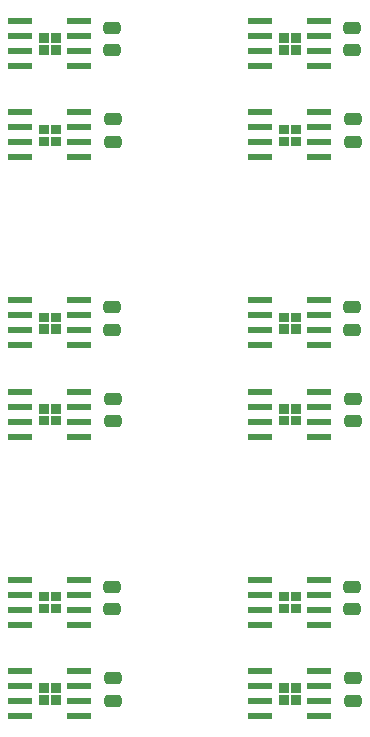
<source format=gbr>
%TF.GenerationSoftware,KiCad,Pcbnew,8.0.4*%
%TF.CreationDate,2024-09-15T23:07:02-03:00*%
%TF.ProjectId,panelized_TB67,70616e65-6c69-47a6-9564-5f544236372e,rev?*%
%TF.SameCoordinates,Original*%
%TF.FileFunction,Paste,Top*%
%TF.FilePolarity,Positive*%
%FSLAX46Y46*%
G04 Gerber Fmt 4.6, Leading zero omitted, Abs format (unit mm)*
G04 Created by KiCad (PCBNEW 8.0.4) date 2024-09-15 23:07:02*
%MOMM*%
%LPD*%
G01*
G04 APERTURE LIST*
G04 Aperture macros list*
%AMRoundRect*
0 Rectangle with rounded corners*
0 $1 Rounding radius*
0 $2 $3 $4 $5 $6 $7 $8 $9 X,Y pos of 4 corners*
0 Add a 4 corners polygon primitive as box body*
4,1,4,$2,$3,$4,$5,$6,$7,$8,$9,$2,$3,0*
0 Add four circle primitives for the rounded corners*
1,1,$1+$1,$2,$3*
1,1,$1+$1,$4,$5*
1,1,$1+$1,$6,$7*
1,1,$1+$1,$8,$9*
0 Add four rect primitives between the rounded corners*
20,1,$1+$1,$2,$3,$4,$5,0*
20,1,$1+$1,$4,$5,$6,$7,0*
20,1,$1+$1,$6,$7,$8,$9,0*
20,1,$1+$1,$8,$9,$2,$3,0*%
G04 Aperture macros list end*
%ADD10C,0.010000*%
%ADD11RoundRect,0.250000X0.475000X-0.250000X0.475000X0.250000X-0.475000X0.250000X-0.475000X-0.250000X0*%
%ADD12RoundRect,0.040600X-0.944400X-0.249400X0.944400X-0.249400X0.944400X0.249400X-0.944400X0.249400X0*%
G04 APERTURE END LIST*
D10*
%TO.C,IC1*%
X157280000Y-71865500D02*
X156560000Y-71865500D01*
X156560000Y-71145500D01*
X157280000Y-71145500D01*
X157280000Y-71865500D01*
G36*
X157280000Y-71865500D02*
G01*
X156560000Y-71865500D01*
X156560000Y-71145500D01*
X157280000Y-71145500D01*
X157280000Y-71865500D01*
G37*
X157280000Y-72865500D02*
X156560000Y-72865500D01*
X156560000Y-72145500D01*
X157280000Y-72145500D01*
X157280000Y-72865500D01*
G36*
X157280000Y-72865500D02*
G01*
X156560000Y-72865500D01*
X156560000Y-72145500D01*
X157280000Y-72145500D01*
X157280000Y-72865500D01*
G37*
X158280000Y-71865500D02*
X157560000Y-71865500D01*
X157560000Y-71145500D01*
X158280000Y-71145500D01*
X158280000Y-71865500D01*
G36*
X158280000Y-71865500D02*
G01*
X157560000Y-71865500D01*
X157560000Y-71145500D01*
X158280000Y-71145500D01*
X158280000Y-71865500D01*
G37*
X158280000Y-72865500D02*
X157560000Y-72865500D01*
X157560000Y-72145500D01*
X158280000Y-72145500D01*
X158280000Y-72865500D01*
G36*
X158280000Y-72865500D02*
G01*
X157560000Y-72865500D01*
X157560000Y-72145500D01*
X158280000Y-72145500D01*
X158280000Y-72865500D01*
G37*
%TO.C,IC2*%
X157280000Y-64125500D02*
X156560000Y-64125500D01*
X156560000Y-63405500D01*
X157280000Y-63405500D01*
X157280000Y-64125500D01*
G36*
X157280000Y-64125500D02*
G01*
X156560000Y-64125500D01*
X156560000Y-63405500D01*
X157280000Y-63405500D01*
X157280000Y-64125500D01*
G37*
X157280000Y-65125500D02*
X156560000Y-65125500D01*
X156560000Y-64405500D01*
X157280000Y-64405500D01*
X157280000Y-65125500D01*
G36*
X157280000Y-65125500D02*
G01*
X156560000Y-65125500D01*
X156560000Y-64405500D01*
X157280000Y-64405500D01*
X157280000Y-65125500D01*
G37*
X158280000Y-64125500D02*
X157560000Y-64125500D01*
X157560000Y-63405500D01*
X158280000Y-63405500D01*
X158280000Y-64125500D01*
G36*
X158280000Y-64125500D02*
G01*
X157560000Y-64125500D01*
X157560000Y-63405500D01*
X158280000Y-63405500D01*
X158280000Y-64125500D01*
G37*
X158280000Y-65125500D02*
X157560000Y-65125500D01*
X157560000Y-64405500D01*
X158280000Y-64405500D01*
X158280000Y-65125500D01*
G36*
X158280000Y-65125500D02*
G01*
X157560000Y-65125500D01*
X157560000Y-64405500D01*
X158280000Y-64405500D01*
X158280000Y-65125500D01*
G37*
X157280000Y-87775500D02*
X156560000Y-87775500D01*
X156560000Y-87055500D01*
X157280000Y-87055500D01*
X157280000Y-87775500D01*
G36*
X157280000Y-87775500D02*
G01*
X156560000Y-87775500D01*
X156560000Y-87055500D01*
X157280000Y-87055500D01*
X157280000Y-87775500D01*
G37*
X157280000Y-88775500D02*
X156560000Y-88775500D01*
X156560000Y-88055500D01*
X157280000Y-88055500D01*
X157280000Y-88775500D01*
G36*
X157280000Y-88775500D02*
G01*
X156560000Y-88775500D01*
X156560000Y-88055500D01*
X157280000Y-88055500D01*
X157280000Y-88775500D01*
G37*
X158280000Y-87775500D02*
X157560000Y-87775500D01*
X157560000Y-87055500D01*
X158280000Y-87055500D01*
X158280000Y-87775500D01*
G36*
X158280000Y-87775500D02*
G01*
X157560000Y-87775500D01*
X157560000Y-87055500D01*
X158280000Y-87055500D01*
X158280000Y-87775500D01*
G37*
X158280000Y-88775500D02*
X157560000Y-88775500D01*
X157560000Y-88055500D01*
X158280000Y-88055500D01*
X158280000Y-88775500D01*
G36*
X158280000Y-88775500D02*
G01*
X157560000Y-88775500D01*
X157560000Y-88055500D01*
X158280000Y-88055500D01*
X158280000Y-88775500D01*
G37*
%TO.C,IC1*%
X157280000Y-48215500D02*
X156560000Y-48215500D01*
X156560000Y-47495500D01*
X157280000Y-47495500D01*
X157280000Y-48215500D01*
G36*
X157280000Y-48215500D02*
G01*
X156560000Y-48215500D01*
X156560000Y-47495500D01*
X157280000Y-47495500D01*
X157280000Y-48215500D01*
G37*
X157280000Y-49215500D02*
X156560000Y-49215500D01*
X156560000Y-48495500D01*
X157280000Y-48495500D01*
X157280000Y-49215500D01*
G36*
X157280000Y-49215500D02*
G01*
X156560000Y-49215500D01*
X156560000Y-48495500D01*
X157280000Y-48495500D01*
X157280000Y-49215500D01*
G37*
X158280000Y-48215500D02*
X157560000Y-48215500D01*
X157560000Y-47495500D01*
X158280000Y-47495500D01*
X158280000Y-48215500D01*
G36*
X158280000Y-48215500D02*
G01*
X157560000Y-48215500D01*
X157560000Y-47495500D01*
X158280000Y-47495500D01*
X158280000Y-48215500D01*
G37*
X158280000Y-49215500D02*
X157560000Y-49215500D01*
X157560000Y-48495500D01*
X158280000Y-48495500D01*
X158280000Y-49215500D01*
G36*
X158280000Y-49215500D02*
G01*
X157560000Y-49215500D01*
X157560000Y-48495500D01*
X158280000Y-48495500D01*
X158280000Y-49215500D01*
G37*
%TO.C,IC2*%
X136980000Y-40475500D02*
X136260000Y-40475500D01*
X136260000Y-39755500D01*
X136980000Y-39755500D01*
X136980000Y-40475500D01*
G36*
X136980000Y-40475500D02*
G01*
X136260000Y-40475500D01*
X136260000Y-39755500D01*
X136980000Y-39755500D01*
X136980000Y-40475500D01*
G37*
X136980000Y-41475500D02*
X136260000Y-41475500D01*
X136260000Y-40755500D01*
X136980000Y-40755500D01*
X136980000Y-41475500D01*
G36*
X136980000Y-41475500D02*
G01*
X136260000Y-41475500D01*
X136260000Y-40755500D01*
X136980000Y-40755500D01*
X136980000Y-41475500D01*
G37*
X137980000Y-40475500D02*
X137260000Y-40475500D01*
X137260000Y-39755500D01*
X137980000Y-39755500D01*
X137980000Y-40475500D01*
G36*
X137980000Y-40475500D02*
G01*
X137260000Y-40475500D01*
X137260000Y-39755500D01*
X137980000Y-39755500D01*
X137980000Y-40475500D01*
G37*
X137980000Y-41475500D02*
X137260000Y-41475500D01*
X137260000Y-40755500D01*
X137980000Y-40755500D01*
X137980000Y-41475500D01*
G36*
X137980000Y-41475500D02*
G01*
X137260000Y-41475500D01*
X137260000Y-40755500D01*
X137980000Y-40755500D01*
X137980000Y-41475500D01*
G37*
X136980000Y-64125500D02*
X136260000Y-64125500D01*
X136260000Y-63405500D01*
X136980000Y-63405500D01*
X136980000Y-64125500D01*
G36*
X136980000Y-64125500D02*
G01*
X136260000Y-64125500D01*
X136260000Y-63405500D01*
X136980000Y-63405500D01*
X136980000Y-64125500D01*
G37*
X136980000Y-65125500D02*
X136260000Y-65125500D01*
X136260000Y-64405500D01*
X136980000Y-64405500D01*
X136980000Y-65125500D01*
G36*
X136980000Y-65125500D02*
G01*
X136260000Y-65125500D01*
X136260000Y-64405500D01*
X136980000Y-64405500D01*
X136980000Y-65125500D01*
G37*
X137980000Y-64125500D02*
X137260000Y-64125500D01*
X137260000Y-63405500D01*
X137980000Y-63405500D01*
X137980000Y-64125500D01*
G36*
X137980000Y-64125500D02*
G01*
X137260000Y-64125500D01*
X137260000Y-63405500D01*
X137980000Y-63405500D01*
X137980000Y-64125500D01*
G37*
X137980000Y-65125500D02*
X137260000Y-65125500D01*
X137260000Y-64405500D01*
X137980000Y-64405500D01*
X137980000Y-65125500D01*
G36*
X137980000Y-65125500D02*
G01*
X137260000Y-65125500D01*
X137260000Y-64405500D01*
X137980000Y-64405500D01*
X137980000Y-65125500D01*
G37*
X136980000Y-87775500D02*
X136260000Y-87775500D01*
X136260000Y-87055500D01*
X136980000Y-87055500D01*
X136980000Y-87775500D01*
G36*
X136980000Y-87775500D02*
G01*
X136260000Y-87775500D01*
X136260000Y-87055500D01*
X136980000Y-87055500D01*
X136980000Y-87775500D01*
G37*
X136980000Y-88775500D02*
X136260000Y-88775500D01*
X136260000Y-88055500D01*
X136980000Y-88055500D01*
X136980000Y-88775500D01*
G36*
X136980000Y-88775500D02*
G01*
X136260000Y-88775500D01*
X136260000Y-88055500D01*
X136980000Y-88055500D01*
X136980000Y-88775500D01*
G37*
X137980000Y-87775500D02*
X137260000Y-87775500D01*
X137260000Y-87055500D01*
X137980000Y-87055500D01*
X137980000Y-87775500D01*
G36*
X137980000Y-87775500D02*
G01*
X137260000Y-87775500D01*
X137260000Y-87055500D01*
X137980000Y-87055500D01*
X137980000Y-87775500D01*
G37*
X137980000Y-88775500D02*
X137260000Y-88775500D01*
X137260000Y-88055500D01*
X137980000Y-88055500D01*
X137980000Y-88775500D01*
G36*
X137980000Y-88775500D02*
G01*
X137260000Y-88775500D01*
X137260000Y-88055500D01*
X137980000Y-88055500D01*
X137980000Y-88775500D01*
G37*
%TO.C,IC1*%
X157280000Y-95515500D02*
X156560000Y-95515500D01*
X156560000Y-94795500D01*
X157280000Y-94795500D01*
X157280000Y-95515500D01*
G36*
X157280000Y-95515500D02*
G01*
X156560000Y-95515500D01*
X156560000Y-94795500D01*
X157280000Y-94795500D01*
X157280000Y-95515500D01*
G37*
X157280000Y-96515500D02*
X156560000Y-96515500D01*
X156560000Y-95795500D01*
X157280000Y-95795500D01*
X157280000Y-96515500D01*
G36*
X157280000Y-96515500D02*
G01*
X156560000Y-96515500D01*
X156560000Y-95795500D01*
X157280000Y-95795500D01*
X157280000Y-96515500D01*
G37*
X158280000Y-95515500D02*
X157560000Y-95515500D01*
X157560000Y-94795500D01*
X158280000Y-94795500D01*
X158280000Y-95515500D01*
G36*
X158280000Y-95515500D02*
G01*
X157560000Y-95515500D01*
X157560000Y-94795500D01*
X158280000Y-94795500D01*
X158280000Y-95515500D01*
G37*
X158280000Y-96515500D02*
X157560000Y-96515500D01*
X157560000Y-95795500D01*
X158280000Y-95795500D01*
X158280000Y-96515500D01*
G36*
X158280000Y-96515500D02*
G01*
X157560000Y-96515500D01*
X157560000Y-95795500D01*
X158280000Y-95795500D01*
X158280000Y-96515500D01*
G37*
X136980000Y-71865500D02*
X136260000Y-71865500D01*
X136260000Y-71145500D01*
X136980000Y-71145500D01*
X136980000Y-71865500D01*
G36*
X136980000Y-71865500D02*
G01*
X136260000Y-71865500D01*
X136260000Y-71145500D01*
X136980000Y-71145500D01*
X136980000Y-71865500D01*
G37*
X136980000Y-72865500D02*
X136260000Y-72865500D01*
X136260000Y-72145500D01*
X136980000Y-72145500D01*
X136980000Y-72865500D01*
G36*
X136980000Y-72865500D02*
G01*
X136260000Y-72865500D01*
X136260000Y-72145500D01*
X136980000Y-72145500D01*
X136980000Y-72865500D01*
G37*
X137980000Y-71865500D02*
X137260000Y-71865500D01*
X137260000Y-71145500D01*
X137980000Y-71145500D01*
X137980000Y-71865500D01*
G36*
X137980000Y-71865500D02*
G01*
X137260000Y-71865500D01*
X137260000Y-71145500D01*
X137980000Y-71145500D01*
X137980000Y-71865500D01*
G37*
X137980000Y-72865500D02*
X137260000Y-72865500D01*
X137260000Y-72145500D01*
X137980000Y-72145500D01*
X137980000Y-72865500D01*
G36*
X137980000Y-72865500D02*
G01*
X137260000Y-72865500D01*
X137260000Y-72145500D01*
X137980000Y-72145500D01*
X137980000Y-72865500D01*
G37*
X136980000Y-48215500D02*
X136260000Y-48215500D01*
X136260000Y-47495500D01*
X136980000Y-47495500D01*
X136980000Y-48215500D01*
G36*
X136980000Y-48215500D02*
G01*
X136260000Y-48215500D01*
X136260000Y-47495500D01*
X136980000Y-47495500D01*
X136980000Y-48215500D01*
G37*
X136980000Y-49215500D02*
X136260000Y-49215500D01*
X136260000Y-48495500D01*
X136980000Y-48495500D01*
X136980000Y-49215500D01*
G36*
X136980000Y-49215500D02*
G01*
X136260000Y-49215500D01*
X136260000Y-48495500D01*
X136980000Y-48495500D01*
X136980000Y-49215500D01*
G37*
X137980000Y-48215500D02*
X137260000Y-48215500D01*
X137260000Y-47495500D01*
X137980000Y-47495500D01*
X137980000Y-48215500D01*
G36*
X137980000Y-48215500D02*
G01*
X137260000Y-48215500D01*
X137260000Y-47495500D01*
X137980000Y-47495500D01*
X137980000Y-48215500D01*
G37*
X137980000Y-49215500D02*
X137260000Y-49215500D01*
X137260000Y-48495500D01*
X137980000Y-48495500D01*
X137980000Y-49215500D01*
G36*
X137980000Y-49215500D02*
G01*
X137260000Y-49215500D01*
X137260000Y-48495500D01*
X137980000Y-48495500D01*
X137980000Y-49215500D01*
G37*
X136980000Y-95515500D02*
X136260000Y-95515500D01*
X136260000Y-94795500D01*
X136980000Y-94795500D01*
X136980000Y-95515500D01*
G36*
X136980000Y-95515500D02*
G01*
X136260000Y-95515500D01*
X136260000Y-94795500D01*
X136980000Y-94795500D01*
X136980000Y-95515500D01*
G37*
X136980000Y-96515500D02*
X136260000Y-96515500D01*
X136260000Y-95795500D01*
X136980000Y-95795500D01*
X136980000Y-96515500D01*
G36*
X136980000Y-96515500D02*
G01*
X136260000Y-96515500D01*
X136260000Y-95795500D01*
X136980000Y-95795500D01*
X136980000Y-96515500D01*
G37*
X137980000Y-95515500D02*
X137260000Y-95515500D01*
X137260000Y-94795500D01*
X137980000Y-94795500D01*
X137980000Y-95515500D01*
G36*
X137980000Y-95515500D02*
G01*
X137260000Y-95515500D01*
X137260000Y-94795500D01*
X137980000Y-94795500D01*
X137980000Y-95515500D01*
G37*
X137980000Y-96515500D02*
X137260000Y-96515500D01*
X137260000Y-95795500D01*
X137980000Y-95795500D01*
X137980000Y-96515500D01*
G36*
X137980000Y-96515500D02*
G01*
X137260000Y-96515500D01*
X137260000Y-95795500D01*
X137980000Y-95795500D01*
X137980000Y-96515500D01*
G37*
%TO.C,IC2*%
X157280000Y-40475500D02*
X156560000Y-40475500D01*
X156560000Y-39755500D01*
X157280000Y-39755500D01*
X157280000Y-40475500D01*
G36*
X157280000Y-40475500D02*
G01*
X156560000Y-40475500D01*
X156560000Y-39755500D01*
X157280000Y-39755500D01*
X157280000Y-40475500D01*
G37*
X157280000Y-41475500D02*
X156560000Y-41475500D01*
X156560000Y-40755500D01*
X157280000Y-40755500D01*
X157280000Y-41475500D01*
G36*
X157280000Y-41475500D02*
G01*
X156560000Y-41475500D01*
X156560000Y-40755500D01*
X157280000Y-40755500D01*
X157280000Y-41475500D01*
G37*
X158280000Y-40475500D02*
X157560000Y-40475500D01*
X157560000Y-39755500D01*
X158280000Y-39755500D01*
X158280000Y-40475500D01*
G36*
X158280000Y-40475500D02*
G01*
X157560000Y-40475500D01*
X157560000Y-39755500D01*
X158280000Y-39755500D01*
X158280000Y-40475500D01*
G37*
X158280000Y-41475500D02*
X157560000Y-41475500D01*
X157560000Y-40755500D01*
X158280000Y-40755500D01*
X158280000Y-41475500D01*
G36*
X158280000Y-41475500D02*
G01*
X157560000Y-41475500D01*
X157560000Y-40755500D01*
X158280000Y-40755500D01*
X158280000Y-41475500D01*
G37*
%TD*%
D11*
%TO.C,C2*%
X142400000Y-64850500D03*
X142400000Y-62950500D03*
%TD*%
D12*
%TO.C,IC1*%
X154950000Y-70100500D03*
X154950000Y-71370500D03*
X154950000Y-72640500D03*
X154950000Y-73910500D03*
X159890000Y-73910500D03*
X159890000Y-72640500D03*
X159890000Y-71370500D03*
X159890000Y-70100500D03*
%TD*%
D11*
%TO.C,C2*%
X162700000Y-64850500D03*
X162700000Y-62950500D03*
%TD*%
D12*
%TO.C,IC2*%
X154950000Y-62360500D03*
X154950000Y-63630500D03*
X154950000Y-64900500D03*
X154950000Y-66170500D03*
X159890000Y-66170500D03*
X159890000Y-64900500D03*
X159890000Y-63630500D03*
X159890000Y-62360500D03*
%TD*%
%TO.C,IC2*%
X154950000Y-86010500D03*
X154950000Y-87280500D03*
X154950000Y-88550500D03*
X154950000Y-89820500D03*
X159890000Y-89820500D03*
X159890000Y-88550500D03*
X159890000Y-87280500D03*
X159890000Y-86010500D03*
%TD*%
%TO.C,IC1*%
X154950000Y-46450500D03*
X154950000Y-47720500D03*
X154950000Y-48990500D03*
X154950000Y-50260500D03*
X159890000Y-50260500D03*
X159890000Y-48990500D03*
X159890000Y-47720500D03*
X159890000Y-46450500D03*
%TD*%
D11*
%TO.C,C1*%
X142500000Y-96250500D03*
X142500000Y-94350500D03*
%TD*%
%TO.C,C2*%
X142400000Y-88500500D03*
X142400000Y-86600500D03*
%TD*%
%TO.C,C1*%
X142500000Y-72600500D03*
X142500000Y-70700500D03*
%TD*%
D12*
%TO.C,IC2*%
X134650000Y-38710500D03*
X134650000Y-39980500D03*
X134650000Y-41250500D03*
X134650000Y-42520500D03*
X139590000Y-42520500D03*
X139590000Y-41250500D03*
X139590000Y-39980500D03*
X139590000Y-38710500D03*
%TD*%
%TO.C,IC2*%
X134650000Y-62360500D03*
X134650000Y-63630500D03*
X134650000Y-64900500D03*
X134650000Y-66170500D03*
X139590000Y-66170500D03*
X139590000Y-64900500D03*
X139590000Y-63630500D03*
X139590000Y-62360500D03*
%TD*%
D11*
%TO.C,C1*%
X162800000Y-72600500D03*
X162800000Y-70700500D03*
%TD*%
D12*
%TO.C,IC2*%
X134650000Y-86010500D03*
X134650000Y-87280500D03*
X134650000Y-88550500D03*
X134650000Y-89820500D03*
X139590000Y-89820500D03*
X139590000Y-88550500D03*
X139590000Y-87280500D03*
X139590000Y-86010500D03*
%TD*%
D11*
%TO.C,C2*%
X162700000Y-88500500D03*
X162700000Y-86600500D03*
%TD*%
%TO.C,C1*%
X162800000Y-48950500D03*
X162800000Y-47050500D03*
%TD*%
%TO.C,C1*%
X162800000Y-96250500D03*
X162800000Y-94350500D03*
%TD*%
%TO.C,C1*%
X142500000Y-48950500D03*
X142500000Y-47050500D03*
%TD*%
D12*
%TO.C,IC1*%
X154950000Y-93750500D03*
X154950000Y-95020500D03*
X154950000Y-96290500D03*
X154950000Y-97560500D03*
X159890000Y-97560500D03*
X159890000Y-96290500D03*
X159890000Y-95020500D03*
X159890000Y-93750500D03*
%TD*%
%TO.C,IC1*%
X134650000Y-70100500D03*
X134650000Y-71370500D03*
X134650000Y-72640500D03*
X134650000Y-73910500D03*
X139590000Y-73910500D03*
X139590000Y-72640500D03*
X139590000Y-71370500D03*
X139590000Y-70100500D03*
%TD*%
%TO.C,IC1*%
X134650000Y-46450500D03*
X134650000Y-47720500D03*
X134650000Y-48990500D03*
X134650000Y-50260500D03*
X139590000Y-50260500D03*
X139590000Y-48990500D03*
X139590000Y-47720500D03*
X139590000Y-46450500D03*
%TD*%
%TO.C,IC1*%
X134650000Y-93750500D03*
X134650000Y-95020500D03*
X134650000Y-96290500D03*
X134650000Y-97560500D03*
X139590000Y-97560500D03*
X139590000Y-96290500D03*
X139590000Y-95020500D03*
X139590000Y-93750500D03*
%TD*%
%TO.C,IC2*%
X154950000Y-38710500D03*
X154950000Y-39980500D03*
X154950000Y-41250500D03*
X154950000Y-42520500D03*
X159890000Y-42520500D03*
X159890000Y-41250500D03*
X159890000Y-39980500D03*
X159890000Y-38710500D03*
%TD*%
D11*
%TO.C,C2*%
X162700000Y-41200500D03*
X162700000Y-39300500D03*
%TD*%
%TO.C,C2*%
X142400000Y-41200500D03*
X142400000Y-39300500D03*
%TD*%
M02*

</source>
